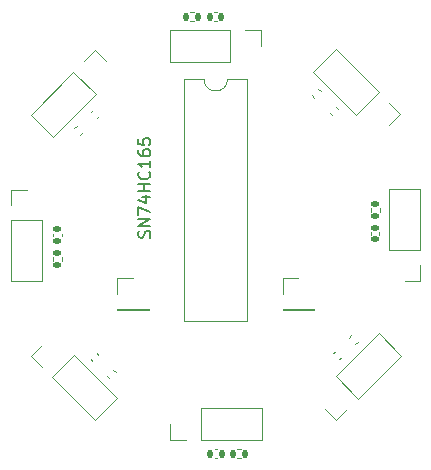
<source format=gbr>
%TF.GenerationSoftware,KiCad,Pcbnew,8.0.5*%
%TF.CreationDate,2024-12-17T18:50:45+10:00*%
%TF.ProjectId,windVane,77696e64-5661-46e6-952e-6b696361645f,rev?*%
%TF.SameCoordinates,Original*%
%TF.FileFunction,Legend,Top*%
%TF.FilePolarity,Positive*%
%FSLAX46Y46*%
G04 Gerber Fmt 4.6, Leading zero omitted, Abs format (unit mm)*
G04 Created by KiCad (PCBNEW 8.0.5) date 2024-12-17 18:50:45*
%MOMM*%
%LPD*%
G01*
G04 APERTURE LIST*
G04 Aperture macros list*
%AMRoundRect*
0 Rectangle with rounded corners*
0 $1 Rounding radius*
0 $2 $3 $4 $5 $6 $7 $8 $9 X,Y pos of 4 corners*
0 Add a 4 corners polygon primitive as box body*
4,1,4,$2,$3,$4,$5,$6,$7,$8,$9,$2,$3,0*
0 Add four circle primitives for the rounded corners*
1,1,$1+$1,$2,$3*
1,1,$1+$1,$4,$5*
1,1,$1+$1,$6,$7*
1,1,$1+$1,$8,$9*
0 Add four rect primitives between the rounded corners*
20,1,$1+$1,$2,$3,$4,$5,0*
20,1,$1+$1,$4,$5,$6,$7,0*
20,1,$1+$1,$6,$7,$8,$9,0*
20,1,$1+$1,$8,$9,$2,$3,0*%
%AMHorizOval*
0 Thick line with rounded ends*
0 $1 width*
0 $2 $3 position (X,Y) of the first rounded end (center of the circle)*
0 $4 $5 position (X,Y) of the second rounded end (center of the circle)*
0 Add line between two ends*
20,1,$1,$2,$3,$4,$5,0*
0 Add two circle primitives to create the rounded ends*
1,1,$1,$2,$3*
1,1,$1,$4,$5*%
%AMRotRect*
0 Rectangle, with rotation*
0 The origin of the aperture is its center*
0 $1 length*
0 $2 width*
0 $3 Rotation angle, in degrees counterclockwise*
0 Add horizontal line*
21,1,$1,$2,0,0,$3*%
G04 Aperture macros list end*
%ADD10C,0.150000*%
%ADD11C,0.120000*%
%ADD12RoundRect,0.135000X-0.185000X0.135000X-0.185000X-0.135000X0.185000X-0.135000X0.185000X0.135000X0*%
%ADD13R,1.700000X1.700000*%
%ADD14O,1.700000X1.700000*%
%ADD15RoundRect,0.140000X0.140000X0.170000X-0.140000X0.170000X-0.140000X-0.170000X0.140000X-0.170000X0*%
%ADD16RotRect,1.700000X1.700000X135.000000*%
%ADD17HorizOval,1.700000X0.000000X0.000000X0.000000X0.000000X0*%
%ADD18RoundRect,0.135000X-0.135000X-0.185000X0.135000X-0.185000X0.135000X0.185000X-0.135000X0.185000X0*%
%ADD19RoundRect,0.140000X-0.021213X0.219203X-0.219203X0.021213X0.021213X-0.219203X0.219203X-0.021213X0*%
%ADD20RotRect,1.700000X1.700000X225.000000*%
%ADD21HorizOval,1.700000X0.000000X0.000000X0.000000X0.000000X0*%
%ADD22RoundRect,0.135000X-0.226274X-0.035355X-0.035355X-0.226274X0.226274X0.035355X0.035355X0.226274X0*%
%ADD23R,1.600000X1.600000*%
%ADD24O,1.600000X1.600000*%
%ADD25RoundRect,0.140000X0.170000X-0.140000X0.170000X0.140000X-0.170000X0.140000X-0.170000X-0.140000X0*%
%ADD26RotRect,1.700000X1.700000X45.000000*%
%ADD27HorizOval,1.700000X0.000000X0.000000X0.000000X0.000000X0*%
%ADD28RoundRect,0.135000X0.135000X0.185000X-0.135000X0.185000X-0.135000X-0.185000X0.135000X-0.185000X0*%
%ADD29RoundRect,0.135000X-0.035355X0.226274X-0.226274X0.035355X0.035355X-0.226274X0.226274X-0.035355X0*%
%ADD30RoundRect,0.135000X0.035355X-0.226274X0.226274X-0.035355X-0.035355X0.226274X-0.226274X0.035355X0*%
%ADD31RoundRect,0.140000X-0.140000X-0.170000X0.140000X-0.170000X0.140000X0.170000X-0.140000X0.170000X0*%
%ADD32RoundRect,0.140000X-0.170000X0.140000X-0.170000X-0.140000X0.170000X-0.140000X0.170000X0.140000X0*%
%ADD33RoundRect,0.140000X0.219203X0.021213X0.021213X0.219203X-0.219203X-0.021213X-0.021213X-0.219203X0*%
%ADD34RoundRect,0.135000X0.185000X-0.135000X0.185000X0.135000X-0.185000X0.135000X-0.185000X-0.135000X0*%
%ADD35RoundRect,0.135000X0.226274X0.035355X0.035355X0.226274X-0.226274X-0.035355X-0.035355X-0.226274X0*%
%ADD36RoundRect,0.140000X-0.219203X-0.021213X-0.021213X-0.219203X0.219203X0.021213X0.021213X0.219203X0*%
%ADD37RoundRect,0.140000X0.021213X-0.219203X0.219203X-0.021213X-0.021213X0.219203X-0.219203X0.021213X0*%
%ADD38RotRect,1.700000X1.700000X315.000000*%
%ADD39HorizOval,1.700000X0.000000X0.000000X0.000000X0.000000X0*%
G04 APERTURE END LIST*
D10*
X144407200Y-101214285D02*
X144454819Y-101071428D01*
X144454819Y-101071428D02*
X144454819Y-100833333D01*
X144454819Y-100833333D02*
X144407200Y-100738095D01*
X144407200Y-100738095D02*
X144359580Y-100690476D01*
X144359580Y-100690476D02*
X144264342Y-100642857D01*
X144264342Y-100642857D02*
X144169104Y-100642857D01*
X144169104Y-100642857D02*
X144073866Y-100690476D01*
X144073866Y-100690476D02*
X144026247Y-100738095D01*
X144026247Y-100738095D02*
X143978628Y-100833333D01*
X143978628Y-100833333D02*
X143931009Y-101023809D01*
X143931009Y-101023809D02*
X143883390Y-101119047D01*
X143883390Y-101119047D02*
X143835771Y-101166666D01*
X143835771Y-101166666D02*
X143740533Y-101214285D01*
X143740533Y-101214285D02*
X143645295Y-101214285D01*
X143645295Y-101214285D02*
X143550057Y-101166666D01*
X143550057Y-101166666D02*
X143502438Y-101119047D01*
X143502438Y-101119047D02*
X143454819Y-101023809D01*
X143454819Y-101023809D02*
X143454819Y-100785714D01*
X143454819Y-100785714D02*
X143502438Y-100642857D01*
X144454819Y-100214285D02*
X143454819Y-100214285D01*
X143454819Y-100214285D02*
X144454819Y-99642857D01*
X144454819Y-99642857D02*
X143454819Y-99642857D01*
X143454819Y-99261904D02*
X143454819Y-98595238D01*
X143454819Y-98595238D02*
X144454819Y-99023809D01*
X143788152Y-97785714D02*
X144454819Y-97785714D01*
X143407200Y-98023809D02*
X144121485Y-98261904D01*
X144121485Y-98261904D02*
X144121485Y-97642857D01*
X144454819Y-97261904D02*
X143454819Y-97261904D01*
X143931009Y-97261904D02*
X143931009Y-96690476D01*
X144454819Y-96690476D02*
X143454819Y-96690476D01*
X144359580Y-95642857D02*
X144407200Y-95690476D01*
X144407200Y-95690476D02*
X144454819Y-95833333D01*
X144454819Y-95833333D02*
X144454819Y-95928571D01*
X144454819Y-95928571D02*
X144407200Y-96071428D01*
X144407200Y-96071428D02*
X144311961Y-96166666D01*
X144311961Y-96166666D02*
X144216723Y-96214285D01*
X144216723Y-96214285D02*
X144026247Y-96261904D01*
X144026247Y-96261904D02*
X143883390Y-96261904D01*
X143883390Y-96261904D02*
X143692914Y-96214285D01*
X143692914Y-96214285D02*
X143597676Y-96166666D01*
X143597676Y-96166666D02*
X143502438Y-96071428D01*
X143502438Y-96071428D02*
X143454819Y-95928571D01*
X143454819Y-95928571D02*
X143454819Y-95833333D01*
X143454819Y-95833333D02*
X143502438Y-95690476D01*
X143502438Y-95690476D02*
X143550057Y-95642857D01*
X144454819Y-94690476D02*
X144454819Y-95261904D01*
X144454819Y-94976190D02*
X143454819Y-94976190D01*
X143454819Y-94976190D02*
X143597676Y-95071428D01*
X143597676Y-95071428D02*
X143692914Y-95166666D01*
X143692914Y-95166666D02*
X143740533Y-95261904D01*
X143454819Y-93833333D02*
X143454819Y-94023809D01*
X143454819Y-94023809D02*
X143502438Y-94119047D01*
X143502438Y-94119047D02*
X143550057Y-94166666D01*
X143550057Y-94166666D02*
X143692914Y-94261904D01*
X143692914Y-94261904D02*
X143883390Y-94309523D01*
X143883390Y-94309523D02*
X144264342Y-94309523D01*
X144264342Y-94309523D02*
X144359580Y-94261904D01*
X144359580Y-94261904D02*
X144407200Y-94214285D01*
X144407200Y-94214285D02*
X144454819Y-94119047D01*
X144454819Y-94119047D02*
X144454819Y-93928571D01*
X144454819Y-93928571D02*
X144407200Y-93833333D01*
X144407200Y-93833333D02*
X144359580Y-93785714D01*
X144359580Y-93785714D02*
X144264342Y-93738095D01*
X144264342Y-93738095D02*
X144026247Y-93738095D01*
X144026247Y-93738095D02*
X143931009Y-93785714D01*
X143931009Y-93785714D02*
X143883390Y-93833333D01*
X143883390Y-93833333D02*
X143835771Y-93928571D01*
X143835771Y-93928571D02*
X143835771Y-94119047D01*
X143835771Y-94119047D02*
X143883390Y-94214285D01*
X143883390Y-94214285D02*
X143931009Y-94261904D01*
X143931009Y-94261904D02*
X144026247Y-94309523D01*
X143454819Y-92833333D02*
X143454819Y-93309523D01*
X143454819Y-93309523D02*
X143931009Y-93357142D01*
X143931009Y-93357142D02*
X143883390Y-93309523D01*
X143883390Y-93309523D02*
X143835771Y-93214285D01*
X143835771Y-93214285D02*
X143835771Y-92976190D01*
X143835771Y-92976190D02*
X143883390Y-92880952D01*
X143883390Y-92880952D02*
X143931009Y-92833333D01*
X143931009Y-92833333D02*
X144026247Y-92785714D01*
X144026247Y-92785714D02*
X144264342Y-92785714D01*
X144264342Y-92785714D02*
X144359580Y-92833333D01*
X144359580Y-92833333D02*
X144407200Y-92880952D01*
X144407200Y-92880952D02*
X144454819Y-92976190D01*
X144454819Y-92976190D02*
X144454819Y-93214285D01*
X144454819Y-93214285D02*
X144407200Y-93309523D01*
X144407200Y-93309523D02*
X144359580Y-93357142D01*
D11*
%TO.C,R7*%
X136220000Y-102846359D02*
X136220000Y-103153641D01*
X136980000Y-102846359D02*
X136980000Y-103153641D01*
%TO.C,South1*%
X146145000Y-118330000D02*
X146145000Y-117000000D01*
X147475000Y-118330000D02*
X146145000Y-118330000D01*
X148745000Y-115670000D02*
X153885000Y-115670000D01*
X148745000Y-118330000D02*
X148745000Y-115670000D01*
X148745000Y-118330000D02*
X153885000Y-118330000D01*
X153885000Y-118330000D02*
X153885000Y-115670000D01*
%TO.C,C1*%
X150087836Y-82140000D02*
X149872164Y-82140000D01*
X150087836Y-82860000D02*
X149872164Y-82860000D01*
%TO.C,SouthEast1*%
X160161523Y-112957573D02*
X163796051Y-109323045D01*
X160203949Y-116676955D02*
X159263497Y-115736503D01*
X161144401Y-115736503D02*
X160203949Y-116676955D01*
X162042427Y-114838477D02*
X160161523Y-112957573D01*
X162042427Y-114838477D02*
X165676955Y-111203949D01*
X165676955Y-111203949D02*
X163796051Y-109323045D01*
%TO.C,R5*%
X151846359Y-119120000D02*
X152153641Y-119120000D01*
X151846359Y-119880000D02*
X152153641Y-119880000D01*
%TO.C,C8*%
X139571693Y-90419190D02*
X139419190Y-90571693D01*
X140080810Y-90928307D02*
X139928307Y-91080810D01*
%TO.C,NorthEast1*%
X160157898Y-85276994D02*
X158276994Y-87157898D01*
X161911522Y-90792426D02*
X158276994Y-87157898D01*
X163792426Y-88911522D02*
X160157898Y-85276994D01*
X163792426Y-88911522D02*
X161911522Y-90792426D01*
X164690452Y-89809548D02*
X165630904Y-90750000D01*
X165630904Y-90750000D02*
X164690452Y-91690452D01*
%TO.C,R6*%
X140783283Y-112920684D02*
X141000564Y-113137965D01*
X141320684Y-112383283D02*
X141537965Y-112600564D01*
%TO.C,West1*%
X132670000Y-97145000D02*
X134000000Y-97145000D01*
X132670000Y-98475000D02*
X132670000Y-97145000D01*
X132670000Y-99745000D02*
X132670000Y-104885000D01*
X132670000Y-99745000D02*
X135330000Y-99745000D01*
X132670000Y-104885000D02*
X135330000Y-104885000D01*
X135330000Y-99745000D02*
X135330000Y-104885000D01*
%TO.C,SN74HC165*%
X147360000Y-87795000D02*
X147360000Y-108235000D01*
X147360000Y-108235000D02*
X152660000Y-108235000D01*
X149010000Y-87795000D02*
X147360000Y-87795000D01*
X152660000Y-87795000D02*
X151010000Y-87795000D01*
X152660000Y-108235000D02*
X152660000Y-87795000D01*
X151010000Y-87795000D02*
G75*
G02*
X149010000Y-87795000I-1000000J0D01*
G01*
%TO.C,C3*%
X163140000Y-100987836D02*
X163140000Y-100772164D01*
X163860000Y-100987836D02*
X163860000Y-100772164D01*
%TO.C,J1*%
X141670000Y-104670000D02*
X143000000Y-104670000D01*
X141670000Y-106000000D02*
X141670000Y-104670000D01*
X141670000Y-107270000D02*
X141670000Y-107330000D01*
X141670000Y-107270000D02*
X144330000Y-107270000D01*
X141670000Y-107330000D02*
X144330000Y-107330000D01*
X144330000Y-107270000D02*
X144330000Y-107330000D01*
%TO.C,SouthWest1*%
X134323045Y-111203949D02*
X135263497Y-110263497D01*
X135263497Y-112144401D02*
X134323045Y-111203949D01*
X136161523Y-113042427D02*
X138042427Y-111161523D01*
X136161523Y-113042427D02*
X139796051Y-116676955D01*
X138042427Y-111161523D02*
X141676955Y-114796051D01*
X139796051Y-116676955D02*
X141676955Y-114796051D01*
%TO.C,R1*%
X148153641Y-82120000D02*
X147846359Y-82120000D01*
X148153641Y-82880000D02*
X147846359Y-82880000D01*
%TO.C,R8*%
X138229316Y-91733283D02*
X138012035Y-91950564D01*
X138766717Y-92270684D02*
X138549436Y-92487965D01*
%TO.C,R4*%
X161262035Y-109700564D02*
X161479316Y-109483283D01*
X161799436Y-110237965D02*
X162016717Y-110020684D01*
%TO.C,C5*%
X149912164Y-119140000D02*
X150127836Y-119140000D01*
X149912164Y-119860000D02*
X150127836Y-119860000D01*
%TO.C,North1*%
X146115000Y-83670000D02*
X146115000Y-86330000D01*
X151255000Y-83670000D02*
X146115000Y-83670000D01*
X151255000Y-83670000D02*
X151255000Y-86330000D01*
X151255000Y-86330000D02*
X146115000Y-86330000D01*
X152525000Y-83670000D02*
X153855000Y-83670000D01*
X153855000Y-83670000D02*
X153855000Y-85000000D01*
%TO.C,C7*%
X136240000Y-100872164D02*
X136240000Y-101087836D01*
X136960000Y-100872164D02*
X136960000Y-101087836D01*
%TO.C,C2*%
X159821693Y-90830810D02*
X159669190Y-90678307D01*
X160330810Y-90321693D02*
X160178307Y-90169190D01*
%TO.C,R3*%
X163120000Y-99043641D02*
X163120000Y-98736359D01*
X163880000Y-99043641D02*
X163880000Y-98736359D01*
%TO.C,R2*%
X158339940Y-89377341D02*
X158122659Y-89160060D01*
X158877341Y-88839940D02*
X158660060Y-88622659D01*
%TO.C,C6*%
X139408601Y-111517718D02*
X139561104Y-111670221D01*
X139917718Y-111008601D02*
X140070221Y-111161104D01*
%TO.C,C4*%
X159974736Y-111016147D02*
X160127239Y-110863644D01*
X160483853Y-111525264D02*
X160636356Y-111372761D01*
%TO.C,J2*%
X155670000Y-104670000D02*
X157000000Y-104670000D01*
X155670000Y-106000000D02*
X155670000Y-104670000D01*
X155670000Y-107270000D02*
X155670000Y-107330000D01*
X155670000Y-107270000D02*
X158330000Y-107270000D01*
X155670000Y-107330000D02*
X158330000Y-107330000D01*
X158330000Y-107270000D02*
X158330000Y-107330000D01*
%TO.C,East1*%
X164670000Y-102255000D02*
X164670000Y-97115000D01*
X167330000Y-97115000D02*
X164670000Y-97115000D01*
X167330000Y-102255000D02*
X164670000Y-102255000D01*
X167330000Y-102255000D02*
X167330000Y-97115000D01*
X167330000Y-103525000D02*
X167330000Y-104855000D01*
X167330000Y-104855000D02*
X166000000Y-104855000D01*
%TO.C,NorthWest1*%
X134323045Y-90796051D02*
X136203949Y-92676955D01*
X137957573Y-87161523D02*
X134323045Y-90796051D01*
X137957573Y-87161523D02*
X139838477Y-89042427D01*
X138855599Y-86263497D02*
X139796051Y-85323045D01*
X139796051Y-85323045D02*
X140736503Y-86263497D01*
X139838477Y-89042427D02*
X136203949Y-92676955D01*
%TD*%
%LPC*%
D12*
%TO.C,R7*%
X136600000Y-102490000D03*
X136600000Y-103510000D03*
%TD*%
D13*
%TO.C,South1*%
X147475000Y-117000000D03*
D14*
X150015000Y-117000000D03*
X152555000Y-117000000D03*
%TD*%
D15*
%TO.C,C1*%
X150460000Y-82500000D03*
X149500000Y-82500000D03*
%TD*%
D16*
%TO.C,SouthEast1*%
X160203949Y-114796051D03*
D17*
X162000000Y-113000000D03*
X163796051Y-111203949D03*
%TD*%
D18*
%TO.C,R5*%
X151490000Y-119500000D03*
X152510000Y-119500000D03*
%TD*%
D19*
%TO.C,C8*%
X140089411Y-90410589D03*
X139410589Y-91089411D03*
%TD*%
D20*
%TO.C,NorthEast1*%
X163750000Y-90750000D03*
D21*
X161953949Y-88953949D03*
X160157898Y-87157898D03*
%TD*%
D22*
%TO.C,R6*%
X140800000Y-112400000D03*
X141521248Y-113121248D03*
%TD*%
D13*
%TO.C,West1*%
X134000000Y-98475000D03*
D14*
X134000000Y-101015000D03*
X134000000Y-103555000D03*
%TD*%
D23*
%TO.C,SN74HC165*%
X146200000Y-89125000D03*
D24*
X146200000Y-91665000D03*
X146200000Y-94205000D03*
X146200000Y-96745000D03*
X146200000Y-99285000D03*
X146200000Y-101825000D03*
X146200000Y-104365000D03*
X146200000Y-106905000D03*
X153820000Y-106905000D03*
X153820000Y-104365000D03*
X153820000Y-101825000D03*
X153820000Y-99285000D03*
X153820000Y-96745000D03*
X153820000Y-94205000D03*
X153820000Y-91665000D03*
X153820000Y-89125000D03*
%TD*%
D25*
%TO.C,C3*%
X163500000Y-101360000D03*
X163500000Y-100400000D03*
%TD*%
D13*
%TO.C,J1*%
X143000000Y-106000000D03*
%TD*%
D26*
%TO.C,SouthWest1*%
X136203949Y-111203949D03*
D27*
X138000000Y-113000000D03*
X139796051Y-114796051D03*
%TD*%
D28*
%TO.C,R1*%
X148510000Y-82500000D03*
X147490000Y-82500000D03*
%TD*%
D29*
%TO.C,R8*%
X138750000Y-91750000D03*
X138028752Y-92471248D03*
%TD*%
D30*
%TO.C,R4*%
X161278752Y-110221248D03*
X162000000Y-109500000D03*
%TD*%
D31*
%TO.C,C5*%
X149540000Y-119500000D03*
X150500000Y-119500000D03*
%TD*%
D13*
%TO.C,North1*%
X152525000Y-85000000D03*
D14*
X149985000Y-85000000D03*
X147445000Y-85000000D03*
%TD*%
D32*
%TO.C,C7*%
X136600000Y-100500000D03*
X136600000Y-101460000D03*
%TD*%
D33*
%TO.C,C2*%
X160339411Y-90839411D03*
X159660589Y-90160589D03*
%TD*%
D34*
%TO.C,R3*%
X163500000Y-99400000D03*
X163500000Y-98380000D03*
%TD*%
D35*
%TO.C,R2*%
X158860624Y-89360624D03*
X158139376Y-88639376D03*
%TD*%
D36*
%TO.C,C6*%
X139400000Y-111000000D03*
X140078822Y-111678822D03*
%TD*%
D37*
%TO.C,C4*%
X159966135Y-111533865D03*
X160644957Y-110855043D03*
%TD*%
D13*
%TO.C,J2*%
X157000000Y-106000000D03*
%TD*%
%TO.C,East1*%
X166000000Y-103525000D03*
D14*
X166000000Y-100985000D03*
X166000000Y-98445000D03*
%TD*%
D38*
%TO.C,NorthWest1*%
X139796051Y-87203949D03*
D39*
X138000000Y-89000000D03*
X136203949Y-90796051D03*
%TD*%
D13*
%TO.C,SIG1*%
X143650000Y-111000000D03*
D14*
X146190000Y-111000000D03*
X148730000Y-111000000D03*
X151270000Y-111000000D03*
X153810000Y-111000000D03*
X156350000Y-111000000D03*
%TD*%
%LPD*%
M02*

</source>
